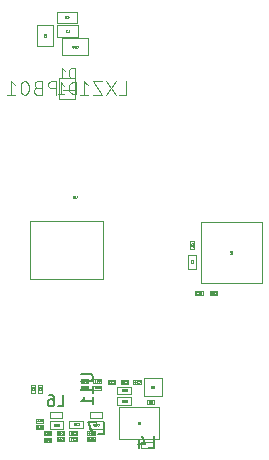
<source format=gbr>
G04 #@! TF.GenerationSoftware,KiCad,Pcbnew,(5.1.6)-1*
G04 #@! TF.CreationDate,2020-11-17T19:43:21-08:00*
G04 #@! TF.ProjectId,Miniscope-v4-Rigid-Flex,4d696e69-7363-46f7-9065-2d76342d5269,rev?*
G04 #@! TF.SameCoordinates,Original*
G04 #@! TF.FileFunction,Other,Fab,Bot*
%FSLAX46Y46*%
G04 Gerber Fmt 4.6, Leading zero omitted, Abs format (unit mm)*
G04 Created by KiCad (PCBNEW (5.1.6)-1) date 2020-11-17 19:43:21*
%MOMM*%
%LPD*%
G01*
G04 APERTURE LIST*
%ADD10C,0.120000*%
%ADD11C,0.100000*%
%ADD12C,0.090000*%
%ADD13C,0.025400*%
%ADD14C,0.150000*%
G04 APERTURE END LIST*
D10*
X104440000Y-100640000D02*
X104440000Y-98860000D01*
X104440000Y-98860000D02*
X103060000Y-98860000D01*
X103060000Y-98860000D02*
X103060000Y-100640000D01*
X103060000Y-100640000D02*
X104440000Y-100640000D01*
X115251200Y-117208000D02*
X115251200Y-116868000D01*
X115251200Y-116868000D02*
X114611200Y-116868000D01*
X114611200Y-116868000D02*
X114611200Y-117208000D01*
X114611200Y-117208000D02*
X115251200Y-117208000D01*
X115855800Y-116868000D02*
X115855800Y-117208000D01*
X115855800Y-117208000D02*
X116495800Y-117208000D01*
X116495800Y-117208000D02*
X116495800Y-116868000D01*
X116495800Y-116868000D02*
X115855800Y-116868000D01*
X101127800Y-128239200D02*
X101127800Y-128579200D01*
X101127800Y-128579200D02*
X101767800Y-128579200D01*
X101767800Y-128579200D02*
X101767800Y-128239200D01*
X101767800Y-128239200D02*
X101127800Y-128239200D01*
X101788200Y-128747200D02*
X101788200Y-129087200D01*
X101788200Y-129087200D02*
X102428200Y-129087200D01*
X102428200Y-129087200D02*
X102428200Y-128747200D01*
X102428200Y-128747200D02*
X101788200Y-128747200D01*
X101767800Y-128020400D02*
X101767800Y-127680400D01*
X101767800Y-127680400D02*
X101127800Y-127680400D01*
X101127800Y-127680400D02*
X101127800Y-128020400D01*
X101127800Y-128020400D02*
X101767800Y-128020400D01*
X110521800Y-126139000D02*
X110521800Y-126479000D01*
X110521800Y-126479000D02*
X111161800Y-126479000D01*
X111161800Y-126479000D02*
X111161800Y-126139000D01*
X111161800Y-126139000D02*
X110521800Y-126139000D01*
X107863800Y-124743800D02*
X107863800Y-124403800D01*
X107863800Y-124403800D02*
X107223800Y-124403800D01*
X107223800Y-124403800D02*
X107223800Y-124743800D01*
X107223800Y-124743800D02*
X107863800Y-124743800D01*
X111555200Y-129411600D02*
X111555200Y-126711600D01*
X111555200Y-126711600D02*
X108155200Y-126711600D01*
X108155200Y-126711600D02*
X108155200Y-129411600D01*
X108155200Y-129411600D02*
X111555200Y-129411600D01*
D11*
X105748400Y-127117800D02*
X105748400Y-127617800D01*
X105748400Y-127617800D02*
X106748400Y-127617800D01*
X106748400Y-127617800D02*
X106748400Y-127117800D01*
X106748400Y-127117800D02*
X105748400Y-127117800D01*
X103319400Y-127617800D02*
X103319400Y-127117800D01*
X103319400Y-127117800D02*
X102319400Y-127117800D01*
X102319400Y-127117800D02*
X102319400Y-127617800D01*
X102319400Y-127617800D02*
X103319400Y-127617800D01*
D10*
X111803600Y-125785600D02*
X111803600Y-124225600D01*
X111803600Y-124225600D02*
X110243600Y-124225600D01*
X110243600Y-124225600D02*
X110243600Y-125785600D01*
X110243600Y-125785600D02*
X111803600Y-125785600D01*
X106644600Y-125226400D02*
X106644600Y-124886400D01*
X106644600Y-124886400D02*
X106004600Y-124886400D01*
X106004600Y-124886400D02*
X106004600Y-125226400D01*
X106004600Y-125226400D02*
X106644600Y-125226400D01*
X105471200Y-129280600D02*
X105471200Y-129620600D01*
X105471200Y-129620600D02*
X106111200Y-129620600D01*
X106111200Y-129620600D02*
X106111200Y-129280600D01*
X106111200Y-129280600D02*
X105471200Y-129280600D01*
X104937800Y-124302200D02*
X104937800Y-124642200D01*
X104937800Y-124642200D02*
X105577800Y-124642200D01*
X105577800Y-124642200D02*
X105577800Y-124302200D01*
X105577800Y-124302200D02*
X104937800Y-124302200D01*
D11*
X110015600Y-129640400D02*
X110015600Y-130140400D01*
X110015600Y-130140400D02*
X111015600Y-130140400D01*
X111015600Y-130140400D02*
X111015600Y-129640400D01*
X111015600Y-129640400D02*
X110015600Y-129640400D01*
D10*
X104937800Y-124886400D02*
X104937800Y-125226400D01*
X104937800Y-125226400D02*
X105577800Y-125226400D01*
X105577800Y-125226400D02*
X105577800Y-124886400D01*
X105577800Y-124886400D02*
X104937800Y-124886400D01*
X106644600Y-124642200D02*
X106644600Y-124302200D01*
X106644600Y-124302200D02*
X106004600Y-124302200D01*
X106004600Y-124302200D02*
X106004600Y-124642200D01*
X106004600Y-124642200D02*
X106644600Y-124642200D01*
X101664600Y-125486000D02*
X101664600Y-124846000D01*
X101324600Y-125486000D02*
X101664600Y-125486000D01*
X101324600Y-124846000D02*
X101324600Y-125486000D01*
X101664600Y-124846000D02*
X101324600Y-124846000D01*
X101080400Y-125486000D02*
X101080400Y-124846000D01*
X100740400Y-125486000D02*
X101080400Y-125486000D01*
X100740400Y-124846000D02*
X100740400Y-125486000D01*
X101080400Y-124846000D02*
X100740400Y-124846000D01*
X114542400Y-112670000D02*
X114202400Y-112670000D01*
X114202400Y-112670000D02*
X114202400Y-113310000D01*
X114202400Y-113310000D02*
X114542400Y-113310000D01*
X114542400Y-113310000D02*
X114542400Y-112670000D01*
X114687400Y-113835200D02*
X114027400Y-113835200D01*
X114027400Y-113835200D02*
X114027400Y-114995200D01*
X114027400Y-114995200D02*
X114687400Y-114995200D01*
X114687400Y-114995200D02*
X114687400Y-113835200D01*
X100664400Y-110960800D02*
X100664400Y-115900800D01*
X100664400Y-115900800D02*
X106804400Y-115900800D01*
X106804400Y-115900800D02*
X106804400Y-110960800D01*
X106804400Y-110960800D02*
X100664400Y-110960800D01*
X115104800Y-116207800D02*
X120264800Y-116207800D01*
X120264800Y-116207800D02*
X120264800Y-111047800D01*
X120264800Y-111047800D02*
X115104800Y-111047800D01*
X115104800Y-111047800D02*
X115104800Y-116207800D01*
X103450200Y-128536000D02*
X103450200Y-127876000D01*
X103450200Y-127876000D02*
X102290200Y-127876000D01*
X102290200Y-127876000D02*
X102290200Y-128536000D01*
X102290200Y-128536000D02*
X103450200Y-128536000D01*
X103972600Y-128721800D02*
X103972600Y-129061800D01*
X103972600Y-129061800D02*
X104612600Y-129061800D01*
X104612600Y-129061800D02*
X104612600Y-128721800D01*
X104612600Y-128721800D02*
X103972600Y-128721800D01*
X103972600Y-129280600D02*
X103972600Y-129620600D01*
X103972600Y-129620600D02*
X104612600Y-129620600D01*
X104612600Y-129620600D02*
X104612600Y-129280600D01*
X104612600Y-129280600D02*
X103972600Y-129280600D01*
X103520400Y-129087200D02*
X103520400Y-128747200D01*
X103520400Y-128747200D02*
X102880400Y-128747200D01*
X102880400Y-128747200D02*
X102880400Y-129087200D01*
X102880400Y-129087200D02*
X103520400Y-129087200D01*
X103520400Y-129620600D02*
X103520400Y-129280600D01*
X103520400Y-129280600D02*
X102880400Y-129280600D01*
X102880400Y-129280600D02*
X102880400Y-129620600D01*
X102880400Y-129620600D02*
X103520400Y-129620600D01*
X109190600Y-126504000D02*
X109190600Y-125844000D01*
X109190600Y-125844000D02*
X108030600Y-125844000D01*
X108030600Y-125844000D02*
X108030600Y-126504000D01*
X108030600Y-126504000D02*
X109190600Y-126504000D01*
X109190600Y-125640400D02*
X109190600Y-124980400D01*
X109190600Y-124980400D02*
X108030600Y-124980400D01*
X108030600Y-124980400D02*
X108030600Y-125640400D01*
X108030600Y-125640400D02*
X109190600Y-125640400D01*
X105643000Y-127876000D02*
X105643000Y-128536000D01*
X105643000Y-128536000D02*
X106803000Y-128536000D01*
X106803000Y-128536000D02*
X106803000Y-127876000D01*
X106803000Y-127876000D02*
X105643000Y-127876000D01*
X108956000Y-124743800D02*
X108956000Y-124403800D01*
X108956000Y-124403800D02*
X108316000Y-124403800D01*
X108316000Y-124403800D02*
X108316000Y-124743800D01*
X108316000Y-124743800D02*
X108956000Y-124743800D01*
X103966600Y-127850600D02*
X103966600Y-128510600D01*
X103966600Y-128510600D02*
X105126600Y-128510600D01*
X105126600Y-128510600D02*
X105126600Y-127850600D01*
X105126600Y-127850600D02*
X103966600Y-127850600D01*
X105471200Y-128747200D02*
X105471200Y-129087200D01*
X105471200Y-129087200D02*
X106111200Y-129087200D01*
X106111200Y-129087200D02*
X106111200Y-128747200D01*
X106111200Y-128747200D02*
X105471200Y-128747200D01*
X110022800Y-124743800D02*
X110022800Y-124403800D01*
X110022800Y-124403800D02*
X109382800Y-124403800D01*
X109382800Y-124403800D02*
X109382800Y-124743800D01*
X109382800Y-124743800D02*
X110022800Y-124743800D01*
X102428200Y-129646000D02*
X102428200Y-129306000D01*
X102428200Y-129306000D02*
X101788200Y-129306000D01*
X101788200Y-129306000D02*
X101788200Y-129646000D01*
X101788200Y-129646000D02*
X102428200Y-129646000D01*
X103368200Y-95500600D02*
X103368200Y-96900600D01*
X103368200Y-96900600D02*
X105528200Y-96900600D01*
X105528200Y-96900600D02*
X105528200Y-95500600D01*
X105528200Y-95500600D02*
X103368200Y-95500600D01*
X104680600Y-95354400D02*
X104680600Y-94354400D01*
X104680600Y-94354400D02*
X102880600Y-94354400D01*
X102880600Y-94354400D02*
X102880600Y-95354400D01*
X102880600Y-95354400D02*
X104680600Y-95354400D01*
X102875200Y-93231400D02*
X102875200Y-94191400D01*
X102875200Y-94191400D02*
X104635200Y-94191400D01*
X104635200Y-94191400D02*
X104635200Y-93231400D01*
X104635200Y-93231400D02*
X102875200Y-93231400D01*
X102581000Y-94360800D02*
X101221000Y-94360800D01*
X101221000Y-94360800D02*
X101221000Y-96160800D01*
X101221000Y-96160800D02*
X102581000Y-96160800D01*
X102581000Y-96160800D02*
X102581000Y-94360800D01*
D11*
X104488095Y-100202380D02*
X104488095Y-99202380D01*
X104250000Y-99202380D01*
X104107142Y-99250000D01*
X104011904Y-99345238D01*
X103964285Y-99440476D01*
X103916666Y-99630952D01*
X103916666Y-99773809D01*
X103964285Y-99964285D01*
X104011904Y-100059523D01*
X104107142Y-100154761D01*
X104250000Y-100202380D01*
X104488095Y-100202380D01*
X102964285Y-100202380D02*
X103535714Y-100202380D01*
X103250000Y-100202380D02*
X103250000Y-99202380D01*
X103345238Y-99345238D01*
X103440476Y-99440476D01*
X103535714Y-99488095D01*
D10*
X108178571Y-100292857D02*
X108750000Y-100292857D01*
X108750000Y-99092857D01*
X107892857Y-99092857D02*
X107092857Y-100292857D01*
X107092857Y-99092857D02*
X107892857Y-100292857D01*
X106750000Y-99092857D02*
X105950000Y-99092857D01*
X106750000Y-100292857D01*
X105950000Y-100292857D01*
X104864285Y-100292857D02*
X105550000Y-100292857D01*
X105207142Y-100292857D02*
X105207142Y-99092857D01*
X105321428Y-99264285D01*
X105435714Y-99378571D01*
X105550000Y-99435714D01*
X104350000Y-99835714D02*
X103435714Y-99835714D01*
X102864285Y-100292857D02*
X102864285Y-99092857D01*
X102407142Y-99092857D01*
X102292857Y-99150000D01*
X102235714Y-99207142D01*
X102178571Y-99321428D01*
X102178571Y-99492857D01*
X102235714Y-99607142D01*
X102292857Y-99664285D01*
X102407142Y-99721428D01*
X102864285Y-99721428D01*
X101264285Y-99664285D02*
X101092857Y-99721428D01*
X101035714Y-99778571D01*
X100978571Y-99892857D01*
X100978571Y-100064285D01*
X101035714Y-100178571D01*
X101092857Y-100235714D01*
X101207142Y-100292857D01*
X101664285Y-100292857D01*
X101664285Y-99092857D01*
X101264285Y-99092857D01*
X101150000Y-99150000D01*
X101092857Y-99207142D01*
X101035714Y-99321428D01*
X101035714Y-99435714D01*
X101092857Y-99550000D01*
X101150000Y-99607142D01*
X101264285Y-99664285D01*
X101664285Y-99664285D01*
X100235714Y-99092857D02*
X100121428Y-99092857D01*
X100007142Y-99150000D01*
X99950000Y-99207142D01*
X99892857Y-99321428D01*
X99835714Y-99550000D01*
X99835714Y-99835714D01*
X99892857Y-100064285D01*
X99950000Y-100178571D01*
X100007142Y-100235714D01*
X100121428Y-100292857D01*
X100235714Y-100292857D01*
X100350000Y-100235714D01*
X100407142Y-100178571D01*
X100464285Y-100064285D01*
X100521428Y-99835714D01*
X100521428Y-99550000D01*
X100464285Y-99321428D01*
X100407142Y-99207142D01*
X100350000Y-99150000D01*
X100235714Y-99092857D01*
X98692857Y-100292857D02*
X99378571Y-100292857D01*
X99035714Y-100292857D02*
X99035714Y-99092857D01*
X99150000Y-99264285D01*
X99264285Y-99378571D01*
X99378571Y-99435714D01*
D12*
X104406904Y-98882619D02*
X104406904Y-97992619D01*
X104195000Y-97992619D01*
X104067857Y-98035000D01*
X103983095Y-98119761D01*
X103940714Y-98204523D01*
X103898333Y-98374047D01*
X103898333Y-98501190D01*
X103940714Y-98670714D01*
X103983095Y-98755476D01*
X104067857Y-98840238D01*
X104195000Y-98882619D01*
X104406904Y-98882619D01*
X103050714Y-98882619D02*
X103559285Y-98882619D01*
X103305000Y-98882619D02*
X103305000Y-97992619D01*
X103389761Y-98119761D01*
X103474523Y-98204523D01*
X103559285Y-98246904D01*
D13*
X115045500Y-117118433D02*
X115104766Y-117033766D01*
X115147100Y-117118433D02*
X115147100Y-116940633D01*
X115079366Y-116940633D01*
X115062433Y-116949100D01*
X115053966Y-116957566D01*
X115045500Y-116974500D01*
X115045500Y-116999900D01*
X115053966Y-117016833D01*
X115062433Y-117025300D01*
X115079366Y-117033766D01*
X115147100Y-117033766D01*
X114876166Y-117118433D02*
X114977766Y-117118433D01*
X114926966Y-117118433D02*
X114926966Y-116940633D01*
X114943900Y-116966033D01*
X114960833Y-116982966D01*
X114977766Y-116991433D01*
X114816900Y-116940633D02*
X114706833Y-116940633D01*
X114766100Y-117008366D01*
X114740700Y-117008366D01*
X114723766Y-117016833D01*
X114715300Y-117025300D01*
X114706833Y-117042233D01*
X114706833Y-117084566D01*
X114715300Y-117101500D01*
X114723766Y-117109966D01*
X114740700Y-117118433D01*
X114791500Y-117118433D01*
X114808433Y-117109966D01*
X114816900Y-117101500D01*
X116290100Y-117101500D02*
X116298566Y-117109966D01*
X116323966Y-117118433D01*
X116340900Y-117118433D01*
X116366300Y-117109966D01*
X116383233Y-117093033D01*
X116391700Y-117076100D01*
X116400166Y-117042233D01*
X116400166Y-117016833D01*
X116391700Y-116982966D01*
X116383233Y-116966033D01*
X116366300Y-116949100D01*
X116340900Y-116940633D01*
X116323966Y-116940633D01*
X116298566Y-116949100D01*
X116290100Y-116957566D01*
X116129233Y-116940633D02*
X116213900Y-116940633D01*
X116222366Y-117025300D01*
X116213900Y-117016833D01*
X116196966Y-117008366D01*
X116154633Y-117008366D01*
X116137700Y-117016833D01*
X116129233Y-117025300D01*
X116120766Y-117042233D01*
X116120766Y-117084566D01*
X116129233Y-117101500D01*
X116137700Y-117109966D01*
X116154633Y-117118433D01*
X116196966Y-117118433D01*
X116213900Y-117109966D01*
X116222366Y-117101500D01*
X115959900Y-116940633D02*
X116044566Y-116940633D01*
X116053033Y-117025300D01*
X116044566Y-117016833D01*
X116027633Y-117008366D01*
X115985300Y-117008366D01*
X115968366Y-117016833D01*
X115959900Y-117025300D01*
X115951433Y-117042233D01*
X115951433Y-117084566D01*
X115959900Y-117101500D01*
X115968366Y-117109966D01*
X115985300Y-117118433D01*
X116027633Y-117118433D01*
X116044566Y-117109966D01*
X116053033Y-117101500D01*
X101562100Y-128489633D02*
X101621366Y-128404966D01*
X101663700Y-128489633D02*
X101663700Y-128311833D01*
X101595966Y-128311833D01*
X101579033Y-128320300D01*
X101570566Y-128328766D01*
X101562100Y-128345700D01*
X101562100Y-128371100D01*
X101570566Y-128388033D01*
X101579033Y-128396500D01*
X101595966Y-128404966D01*
X101663700Y-128404966D01*
X101392766Y-128489633D02*
X101494366Y-128489633D01*
X101443566Y-128489633D02*
X101443566Y-128311833D01*
X101460500Y-128337233D01*
X101477433Y-128354166D01*
X101494366Y-128362633D01*
X101282700Y-128311833D02*
X101265766Y-128311833D01*
X101248833Y-128320300D01*
X101240366Y-128328766D01*
X101231900Y-128345700D01*
X101223433Y-128379566D01*
X101223433Y-128421900D01*
X101231900Y-128455766D01*
X101240366Y-128472700D01*
X101248833Y-128481166D01*
X101265766Y-128489633D01*
X101282700Y-128489633D01*
X101299633Y-128481166D01*
X101308100Y-128472700D01*
X101316566Y-128455766D01*
X101325033Y-128421900D01*
X101325033Y-128379566D01*
X101316566Y-128345700D01*
X101308100Y-128328766D01*
X101299633Y-128320300D01*
X101282700Y-128311833D01*
X102222500Y-128997633D02*
X102281766Y-128912966D01*
X102324100Y-128997633D02*
X102324100Y-128819833D01*
X102256366Y-128819833D01*
X102239433Y-128828300D01*
X102230966Y-128836766D01*
X102222500Y-128853700D01*
X102222500Y-128879100D01*
X102230966Y-128896033D01*
X102239433Y-128904500D01*
X102256366Y-128912966D01*
X102324100Y-128912966D01*
X102053166Y-128997633D02*
X102154766Y-128997633D01*
X102103966Y-128997633D02*
X102103966Y-128819833D01*
X102120900Y-128845233D01*
X102137833Y-128862166D01*
X102154766Y-128870633D01*
X101985433Y-128836766D02*
X101976966Y-128828300D01*
X101960033Y-128819833D01*
X101917700Y-128819833D01*
X101900766Y-128828300D01*
X101892300Y-128836766D01*
X101883833Y-128853700D01*
X101883833Y-128870633D01*
X101892300Y-128896033D01*
X101993900Y-128997633D01*
X101883833Y-128997633D01*
X101562100Y-127930833D02*
X101621366Y-127846166D01*
X101663700Y-127930833D02*
X101663700Y-127753033D01*
X101595966Y-127753033D01*
X101579033Y-127761500D01*
X101570566Y-127769966D01*
X101562100Y-127786900D01*
X101562100Y-127812300D01*
X101570566Y-127829233D01*
X101579033Y-127837700D01*
X101595966Y-127846166D01*
X101663700Y-127846166D01*
X101392766Y-127930833D02*
X101494366Y-127930833D01*
X101443566Y-127930833D02*
X101443566Y-127753033D01*
X101460500Y-127778433D01*
X101477433Y-127795366D01*
X101494366Y-127803833D01*
X101223433Y-127930833D02*
X101325033Y-127930833D01*
X101274233Y-127930833D02*
X101274233Y-127753033D01*
X101291166Y-127778433D01*
X101308100Y-127795366D01*
X101325033Y-127803833D01*
X110871433Y-126389433D02*
X110930700Y-126304766D01*
X110973033Y-126389433D02*
X110973033Y-126211633D01*
X110905300Y-126211633D01*
X110888366Y-126220100D01*
X110879900Y-126228566D01*
X110871433Y-126245500D01*
X110871433Y-126270900D01*
X110879900Y-126287833D01*
X110888366Y-126296300D01*
X110905300Y-126304766D01*
X110973033Y-126304766D01*
X110769833Y-126287833D02*
X110786766Y-126279366D01*
X110795233Y-126270900D01*
X110803700Y-126253966D01*
X110803700Y-126245500D01*
X110795233Y-126228566D01*
X110786766Y-126220100D01*
X110769833Y-126211633D01*
X110735966Y-126211633D01*
X110719033Y-126220100D01*
X110710566Y-126228566D01*
X110702100Y-126245500D01*
X110702100Y-126253966D01*
X110710566Y-126270900D01*
X110719033Y-126279366D01*
X110735966Y-126287833D01*
X110769833Y-126287833D01*
X110786766Y-126296300D01*
X110795233Y-126304766D01*
X110803700Y-126321700D01*
X110803700Y-126355566D01*
X110795233Y-126372500D01*
X110786766Y-126380966D01*
X110769833Y-126389433D01*
X110735966Y-126389433D01*
X110719033Y-126380966D01*
X110710566Y-126372500D01*
X110702100Y-126355566D01*
X110702100Y-126321700D01*
X110710566Y-126304766D01*
X110719033Y-126296300D01*
X110735966Y-126287833D01*
X107658100Y-124637300D02*
X107666566Y-124645766D01*
X107691966Y-124654233D01*
X107708900Y-124654233D01*
X107734300Y-124645766D01*
X107751233Y-124628833D01*
X107759700Y-124611900D01*
X107768166Y-124578033D01*
X107768166Y-124552633D01*
X107759700Y-124518766D01*
X107751233Y-124501833D01*
X107734300Y-124484900D01*
X107708900Y-124476433D01*
X107691966Y-124476433D01*
X107666566Y-124484900D01*
X107658100Y-124493366D01*
X107598833Y-124476433D02*
X107488766Y-124476433D01*
X107548033Y-124544166D01*
X107522633Y-124544166D01*
X107505700Y-124552633D01*
X107497233Y-124561100D01*
X107488766Y-124578033D01*
X107488766Y-124620366D01*
X107497233Y-124637300D01*
X107505700Y-124645766D01*
X107522633Y-124654233D01*
X107573433Y-124654233D01*
X107590366Y-124645766D01*
X107598833Y-124637300D01*
X107429500Y-124476433D02*
X107319433Y-124476433D01*
X107378700Y-124544166D01*
X107353300Y-124544166D01*
X107336366Y-124552633D01*
X107327900Y-124561100D01*
X107319433Y-124578033D01*
X107319433Y-124620366D01*
X107327900Y-124637300D01*
X107336366Y-124645766D01*
X107353300Y-124654233D01*
X107404100Y-124654233D01*
X107421033Y-124645766D01*
X107429500Y-124637300D01*
X109884833Y-128142033D02*
X109969500Y-128142033D01*
X109969500Y-127964233D01*
X109740900Y-127964233D02*
X109825566Y-127964233D01*
X109834033Y-128048900D01*
X109825566Y-128040433D01*
X109808633Y-128031966D01*
X109766300Y-128031966D01*
X109749366Y-128040433D01*
X109740900Y-128048900D01*
X109732433Y-128065833D01*
X109732433Y-128108166D01*
X109740900Y-128125100D01*
X109749366Y-128133566D01*
X109766300Y-128142033D01*
X109808633Y-128142033D01*
X109825566Y-128133566D01*
X109834033Y-128125100D01*
D14*
X106415066Y-128990180D02*
X106891257Y-128990180D01*
X106891257Y-127990180D01*
X106176971Y-127990180D02*
X105510304Y-127990180D01*
X105938876Y-128990180D01*
X102986066Y-126650180D02*
X103462257Y-126650180D01*
X103462257Y-125650180D01*
X102224161Y-125650180D02*
X102414638Y-125650180D01*
X102509876Y-125697800D01*
X102557495Y-125745419D01*
X102652733Y-125888276D01*
X102700352Y-126078752D01*
X102700352Y-126459704D01*
X102652733Y-126554942D01*
X102605114Y-126602561D01*
X102509876Y-126650180D01*
X102319400Y-126650180D01*
X102224161Y-126602561D01*
X102176542Y-126554942D01*
X102128923Y-126459704D01*
X102128923Y-126221609D01*
X102176542Y-126126371D01*
X102224161Y-126078752D01*
X102319400Y-126031133D01*
X102509876Y-126031133D01*
X102605114Y-126078752D01*
X102652733Y-126126371D01*
X102700352Y-126221609D01*
D13*
X111159066Y-124908233D02*
X111159066Y-125052166D01*
X111150600Y-125069100D01*
X111142133Y-125077566D01*
X111125200Y-125086033D01*
X111091333Y-125086033D01*
X111074400Y-125077566D01*
X111065933Y-125069100D01*
X111057466Y-125052166D01*
X111057466Y-124908233D01*
X110947400Y-124984433D02*
X110964333Y-124975966D01*
X110972800Y-124967500D01*
X110981266Y-124950566D01*
X110981266Y-124942100D01*
X110972800Y-124925166D01*
X110964333Y-124916700D01*
X110947400Y-124908233D01*
X110913533Y-124908233D01*
X110896600Y-124916700D01*
X110888133Y-124925166D01*
X110879666Y-124942100D01*
X110879666Y-124950566D01*
X110888133Y-124967500D01*
X110896600Y-124975966D01*
X110913533Y-124984433D01*
X110947400Y-124984433D01*
X110964333Y-124992900D01*
X110972800Y-125001366D01*
X110981266Y-125018300D01*
X110981266Y-125052166D01*
X110972800Y-125069100D01*
X110964333Y-125077566D01*
X110947400Y-125086033D01*
X110913533Y-125086033D01*
X110896600Y-125077566D01*
X110888133Y-125069100D01*
X110879666Y-125052166D01*
X110879666Y-125018300D01*
X110888133Y-125001366D01*
X110896600Y-124992900D01*
X110913533Y-124984433D01*
X106438900Y-125119900D02*
X106447366Y-125128366D01*
X106472766Y-125136833D01*
X106489700Y-125136833D01*
X106515100Y-125128366D01*
X106532033Y-125111433D01*
X106540500Y-125094500D01*
X106548966Y-125060633D01*
X106548966Y-125035233D01*
X106540500Y-125001366D01*
X106532033Y-124984433D01*
X106515100Y-124967500D01*
X106489700Y-124959033D01*
X106472766Y-124959033D01*
X106447366Y-124967500D01*
X106438900Y-124975966D01*
X106286500Y-125018300D02*
X106286500Y-125136833D01*
X106328833Y-124950566D02*
X106371166Y-125077566D01*
X106261100Y-125077566D01*
X106117166Y-124959033D02*
X106151033Y-124959033D01*
X106167966Y-124967500D01*
X106176433Y-124975966D01*
X106193366Y-125001366D01*
X106201833Y-125035233D01*
X106201833Y-125102966D01*
X106193366Y-125119900D01*
X106184900Y-125128366D01*
X106167966Y-125136833D01*
X106134100Y-125136833D01*
X106117166Y-125128366D01*
X106108700Y-125119900D01*
X106100233Y-125102966D01*
X106100233Y-125060633D01*
X106108700Y-125043700D01*
X106117166Y-125035233D01*
X106134100Y-125026766D01*
X106167966Y-125026766D01*
X106184900Y-125035233D01*
X106193366Y-125043700D01*
X106201833Y-125060633D01*
X105905500Y-129514100D02*
X105913966Y-129522566D01*
X105939366Y-129531033D01*
X105956300Y-129531033D01*
X105981700Y-129522566D01*
X105998633Y-129505633D01*
X106007100Y-129488700D01*
X106015566Y-129454833D01*
X106015566Y-129429433D01*
X106007100Y-129395566D01*
X105998633Y-129378633D01*
X105981700Y-129361700D01*
X105956300Y-129353233D01*
X105939366Y-129353233D01*
X105913966Y-129361700D01*
X105905500Y-129370166D01*
X105753100Y-129412500D02*
X105753100Y-129531033D01*
X105795433Y-129344766D02*
X105837766Y-129471766D01*
X105727700Y-129471766D01*
X105575300Y-129353233D02*
X105659966Y-129353233D01*
X105668433Y-129437900D01*
X105659966Y-129429433D01*
X105643033Y-129420966D01*
X105600700Y-129420966D01*
X105583766Y-129429433D01*
X105575300Y-129437900D01*
X105566833Y-129454833D01*
X105566833Y-129497166D01*
X105575300Y-129514100D01*
X105583766Y-129522566D01*
X105600700Y-129531033D01*
X105643033Y-129531033D01*
X105659966Y-129522566D01*
X105668433Y-129514100D01*
X105372100Y-124535700D02*
X105380566Y-124544166D01*
X105405966Y-124552633D01*
X105422900Y-124552633D01*
X105448300Y-124544166D01*
X105465233Y-124527233D01*
X105473700Y-124510300D01*
X105482166Y-124476433D01*
X105482166Y-124451033D01*
X105473700Y-124417166D01*
X105465233Y-124400233D01*
X105448300Y-124383300D01*
X105422900Y-124374833D01*
X105405966Y-124374833D01*
X105380566Y-124383300D01*
X105372100Y-124391766D01*
X105219700Y-124434100D02*
X105219700Y-124552633D01*
X105262033Y-124366366D02*
X105304366Y-124493366D01*
X105194300Y-124493366D01*
X105101166Y-124451033D02*
X105118100Y-124442566D01*
X105126566Y-124434100D01*
X105135033Y-124417166D01*
X105135033Y-124408700D01*
X105126566Y-124391766D01*
X105118100Y-124383300D01*
X105101166Y-124374833D01*
X105067300Y-124374833D01*
X105050366Y-124383300D01*
X105041900Y-124391766D01*
X105033433Y-124408700D01*
X105033433Y-124417166D01*
X105041900Y-124434100D01*
X105050366Y-124442566D01*
X105067300Y-124451033D01*
X105101166Y-124451033D01*
X105118100Y-124459500D01*
X105126566Y-124467966D01*
X105135033Y-124484900D01*
X105135033Y-124518766D01*
X105126566Y-124535700D01*
X105118100Y-124544166D01*
X105101166Y-124552633D01*
X105067300Y-124552633D01*
X105050366Y-124544166D01*
X105041900Y-124535700D01*
X105033433Y-124518766D01*
X105033433Y-124484900D01*
X105041900Y-124467966D01*
X105050366Y-124459500D01*
X105067300Y-124451033D01*
D14*
X110652866Y-130190380D02*
X111129057Y-130190380D01*
X111129057Y-129190380D01*
X109890961Y-129523714D02*
X109890961Y-130190380D01*
X110129057Y-129142761D02*
X110367152Y-129857047D01*
X109748104Y-129857047D01*
D13*
X105372100Y-125119900D02*
X105380566Y-125128366D01*
X105405966Y-125136833D01*
X105422900Y-125136833D01*
X105448300Y-125128366D01*
X105465233Y-125111433D01*
X105473700Y-125094500D01*
X105482166Y-125060633D01*
X105482166Y-125035233D01*
X105473700Y-125001366D01*
X105465233Y-124984433D01*
X105448300Y-124967500D01*
X105422900Y-124959033D01*
X105405966Y-124959033D01*
X105380566Y-124967500D01*
X105372100Y-124975966D01*
X105219700Y-125018300D02*
X105219700Y-125136833D01*
X105262033Y-124950566D02*
X105304366Y-125077566D01*
X105194300Y-125077566D01*
X105118100Y-125136833D02*
X105084233Y-125136833D01*
X105067300Y-125128366D01*
X105058833Y-125119900D01*
X105041900Y-125094500D01*
X105033433Y-125060633D01*
X105033433Y-124992900D01*
X105041900Y-124975966D01*
X105050366Y-124967500D01*
X105067300Y-124959033D01*
X105101166Y-124959033D01*
X105118100Y-124967500D01*
X105126566Y-124975966D01*
X105135033Y-124992900D01*
X105135033Y-125035233D01*
X105126566Y-125052166D01*
X105118100Y-125060633D01*
X105101166Y-125069100D01*
X105067300Y-125069100D01*
X105050366Y-125060633D01*
X105041900Y-125052166D01*
X105033433Y-125035233D01*
X106438900Y-124535700D02*
X106447366Y-124544166D01*
X106472766Y-124552633D01*
X106489700Y-124552633D01*
X106515100Y-124544166D01*
X106532033Y-124527233D01*
X106540500Y-124510300D01*
X106548966Y-124476433D01*
X106548966Y-124451033D01*
X106540500Y-124417166D01*
X106532033Y-124400233D01*
X106515100Y-124383300D01*
X106489700Y-124374833D01*
X106472766Y-124374833D01*
X106447366Y-124383300D01*
X106438900Y-124391766D01*
X106286500Y-124434100D02*
X106286500Y-124552633D01*
X106328833Y-124366366D02*
X106371166Y-124493366D01*
X106261100Y-124493366D01*
X106210300Y-124374833D02*
X106091766Y-124374833D01*
X106167966Y-124552633D01*
X101575033Y-125136366D02*
X101490366Y-125077100D01*
X101575033Y-125034766D02*
X101397233Y-125034766D01*
X101397233Y-125102500D01*
X101405700Y-125119433D01*
X101414166Y-125127900D01*
X101431100Y-125136366D01*
X101456500Y-125136366D01*
X101473433Y-125127900D01*
X101481900Y-125119433D01*
X101490366Y-125102500D01*
X101490366Y-125034766D01*
X101397233Y-125195633D02*
X101397233Y-125305700D01*
X101464966Y-125246433D01*
X101464966Y-125271833D01*
X101473433Y-125288766D01*
X101481900Y-125297233D01*
X101498833Y-125305700D01*
X101541166Y-125305700D01*
X101558100Y-125297233D01*
X101566566Y-125288766D01*
X101575033Y-125271833D01*
X101575033Y-125221033D01*
X101566566Y-125204100D01*
X101558100Y-125195633D01*
D14*
X104953180Y-123942904D02*
X105762704Y-123942904D01*
X105857942Y-123990523D01*
X105905561Y-124038142D01*
X105953180Y-124133380D01*
X105953180Y-124323857D01*
X105905561Y-124419095D01*
X105857942Y-124466714D01*
X105762704Y-124514333D01*
X104953180Y-124514333D01*
X105953180Y-125514333D02*
X105953180Y-124942904D01*
X105953180Y-125228619D02*
X104953180Y-125228619D01*
X105096038Y-125133380D01*
X105191276Y-125038142D01*
X105238895Y-124942904D01*
X105953180Y-126466714D02*
X105953180Y-125895285D01*
X105953180Y-126181000D02*
X104953180Y-126181000D01*
X105096038Y-126085761D01*
X105191276Y-125990523D01*
X105238895Y-125895285D01*
D13*
X100990833Y-125136366D02*
X100906166Y-125077100D01*
X100990833Y-125034766D02*
X100813033Y-125034766D01*
X100813033Y-125102500D01*
X100821500Y-125119433D01*
X100829966Y-125127900D01*
X100846900Y-125136366D01*
X100872300Y-125136366D01*
X100889233Y-125127900D01*
X100897700Y-125119433D01*
X100906166Y-125102500D01*
X100906166Y-125034766D01*
X100829966Y-125204100D02*
X100821500Y-125212566D01*
X100813033Y-125229500D01*
X100813033Y-125271833D01*
X100821500Y-125288766D01*
X100829966Y-125297233D01*
X100846900Y-125305700D01*
X100863833Y-125305700D01*
X100889233Y-125297233D01*
X100990833Y-125195633D01*
X100990833Y-125305700D01*
X114435900Y-112960366D02*
X114444366Y-112951900D01*
X114452833Y-112926500D01*
X114452833Y-112909566D01*
X114444366Y-112884166D01*
X114427433Y-112867233D01*
X114410500Y-112858766D01*
X114376633Y-112850300D01*
X114351233Y-112850300D01*
X114317366Y-112858766D01*
X114300433Y-112867233D01*
X114283500Y-112884166D01*
X114275033Y-112909566D01*
X114275033Y-112926500D01*
X114283500Y-112951900D01*
X114291966Y-112960366D01*
X114452833Y-113129700D02*
X114452833Y-113028100D01*
X114452833Y-113078900D02*
X114275033Y-113078900D01*
X114300433Y-113061966D01*
X114317366Y-113045033D01*
X114325833Y-113028100D01*
X114420900Y-114385566D02*
X114429366Y-114377100D01*
X114437833Y-114351700D01*
X114437833Y-114334766D01*
X114429366Y-114309366D01*
X114412433Y-114292433D01*
X114395500Y-114283966D01*
X114361633Y-114275500D01*
X114336233Y-114275500D01*
X114302366Y-114283966D01*
X114285433Y-114292433D01*
X114268500Y-114309366D01*
X114260033Y-114334766D01*
X114260033Y-114351700D01*
X114268500Y-114377100D01*
X114276966Y-114385566D01*
X114276966Y-114453300D02*
X114268500Y-114461766D01*
X114260033Y-114478700D01*
X114260033Y-114521033D01*
X114268500Y-114537966D01*
X114276966Y-114546433D01*
X114293900Y-114554900D01*
X114310833Y-114554900D01*
X114336233Y-114546433D01*
X114437833Y-114444833D01*
X114437833Y-114554900D01*
X104569866Y-108808433D02*
X104569866Y-108952366D01*
X104561400Y-108969300D01*
X104552933Y-108977766D01*
X104536000Y-108986233D01*
X104502133Y-108986233D01*
X104485200Y-108977766D01*
X104476733Y-108969300D01*
X104468266Y-108952366D01*
X104468266Y-108808433D01*
X104307400Y-108808433D02*
X104341266Y-108808433D01*
X104358200Y-108816900D01*
X104366666Y-108825366D01*
X104383600Y-108850766D01*
X104392066Y-108884633D01*
X104392066Y-108952366D01*
X104383600Y-108969300D01*
X104375133Y-108977766D01*
X104358200Y-108986233D01*
X104324333Y-108986233D01*
X104307400Y-108977766D01*
X104298933Y-108969300D01*
X104290466Y-108952366D01*
X104290466Y-108910033D01*
X104298933Y-108893100D01*
X104307400Y-108884633D01*
X104324333Y-108876166D01*
X104358200Y-108876166D01*
X104375133Y-108884633D01*
X104383600Y-108893100D01*
X104392066Y-108910033D01*
X117587433Y-113492333D02*
X117731366Y-113492333D01*
X117748300Y-113500800D01*
X117756766Y-113509266D01*
X117765233Y-113526200D01*
X117765233Y-113560066D01*
X117756766Y-113577000D01*
X117748300Y-113585466D01*
X117731366Y-113593933D01*
X117587433Y-113593933D01*
X117765233Y-113771733D02*
X117765233Y-113670133D01*
X117765233Y-113720933D02*
X117587433Y-113720933D01*
X117612833Y-113704000D01*
X117629766Y-113687066D01*
X117638233Y-113670133D01*
X102984500Y-128269500D02*
X102992966Y-128277966D01*
X103018366Y-128286433D01*
X103035300Y-128286433D01*
X103060700Y-128277966D01*
X103077633Y-128261033D01*
X103086100Y-128244100D01*
X103094566Y-128210233D01*
X103094566Y-128184833D01*
X103086100Y-128150966D01*
X103077633Y-128134033D01*
X103060700Y-128117100D01*
X103035300Y-128108633D01*
X103018366Y-128108633D01*
X102992966Y-128117100D01*
X102984500Y-128125566D01*
X102925233Y-128108633D02*
X102815166Y-128108633D01*
X102874433Y-128176366D01*
X102849033Y-128176366D01*
X102832100Y-128184833D01*
X102823633Y-128193300D01*
X102815166Y-128210233D01*
X102815166Y-128252566D01*
X102823633Y-128269500D01*
X102832100Y-128277966D01*
X102849033Y-128286433D01*
X102899833Y-128286433D01*
X102916766Y-128277966D01*
X102925233Y-128269500D01*
X102730500Y-128286433D02*
X102696633Y-128286433D01*
X102679700Y-128277966D01*
X102671233Y-128269500D01*
X102654300Y-128244100D01*
X102645833Y-128210233D01*
X102645833Y-128142500D01*
X102654300Y-128125566D01*
X102662766Y-128117100D01*
X102679700Y-128108633D01*
X102713566Y-128108633D01*
X102730500Y-128117100D01*
X102738966Y-128125566D01*
X102747433Y-128142500D01*
X102747433Y-128184833D01*
X102738966Y-128201766D01*
X102730500Y-128210233D01*
X102713566Y-128218700D01*
X102679700Y-128218700D01*
X102662766Y-128210233D01*
X102654300Y-128201766D01*
X102645833Y-128184833D01*
X104406900Y-128955300D02*
X104415366Y-128963766D01*
X104440766Y-128972233D01*
X104457700Y-128972233D01*
X104483100Y-128963766D01*
X104500033Y-128946833D01*
X104508500Y-128929900D01*
X104516966Y-128896033D01*
X104516966Y-128870633D01*
X104508500Y-128836766D01*
X104500033Y-128819833D01*
X104483100Y-128802900D01*
X104457700Y-128794433D01*
X104440766Y-128794433D01*
X104415366Y-128802900D01*
X104406900Y-128811366D01*
X104347633Y-128794433D02*
X104237566Y-128794433D01*
X104296833Y-128862166D01*
X104271433Y-128862166D01*
X104254500Y-128870633D01*
X104246033Y-128879100D01*
X104237566Y-128896033D01*
X104237566Y-128938366D01*
X104246033Y-128955300D01*
X104254500Y-128963766D01*
X104271433Y-128972233D01*
X104322233Y-128972233D01*
X104339166Y-128963766D01*
X104347633Y-128955300D01*
X104135966Y-128870633D02*
X104152900Y-128862166D01*
X104161366Y-128853700D01*
X104169833Y-128836766D01*
X104169833Y-128828300D01*
X104161366Y-128811366D01*
X104152900Y-128802900D01*
X104135966Y-128794433D01*
X104102100Y-128794433D01*
X104085166Y-128802900D01*
X104076700Y-128811366D01*
X104068233Y-128828300D01*
X104068233Y-128836766D01*
X104076700Y-128853700D01*
X104085166Y-128862166D01*
X104102100Y-128870633D01*
X104135966Y-128870633D01*
X104152900Y-128879100D01*
X104161366Y-128887566D01*
X104169833Y-128904500D01*
X104169833Y-128938366D01*
X104161366Y-128955300D01*
X104152900Y-128963766D01*
X104135966Y-128972233D01*
X104102100Y-128972233D01*
X104085166Y-128963766D01*
X104076700Y-128955300D01*
X104068233Y-128938366D01*
X104068233Y-128904500D01*
X104076700Y-128887566D01*
X104085166Y-128879100D01*
X104102100Y-128870633D01*
X104406900Y-129514100D02*
X104415366Y-129522566D01*
X104440766Y-129531033D01*
X104457700Y-129531033D01*
X104483100Y-129522566D01*
X104500033Y-129505633D01*
X104508500Y-129488700D01*
X104516966Y-129454833D01*
X104516966Y-129429433D01*
X104508500Y-129395566D01*
X104500033Y-129378633D01*
X104483100Y-129361700D01*
X104457700Y-129353233D01*
X104440766Y-129353233D01*
X104415366Y-129361700D01*
X104406900Y-129370166D01*
X104347633Y-129353233D02*
X104237566Y-129353233D01*
X104296833Y-129420966D01*
X104271433Y-129420966D01*
X104254500Y-129429433D01*
X104246033Y-129437900D01*
X104237566Y-129454833D01*
X104237566Y-129497166D01*
X104246033Y-129514100D01*
X104254500Y-129522566D01*
X104271433Y-129531033D01*
X104322233Y-129531033D01*
X104339166Y-129522566D01*
X104347633Y-129514100D01*
X104178300Y-129353233D02*
X104059766Y-129353233D01*
X104135966Y-129531033D01*
X103314700Y-128980700D02*
X103323166Y-128989166D01*
X103348566Y-128997633D01*
X103365500Y-128997633D01*
X103390900Y-128989166D01*
X103407833Y-128972233D01*
X103416300Y-128955300D01*
X103424766Y-128921433D01*
X103424766Y-128896033D01*
X103416300Y-128862166D01*
X103407833Y-128845233D01*
X103390900Y-128828300D01*
X103365500Y-128819833D01*
X103348566Y-128819833D01*
X103323166Y-128828300D01*
X103314700Y-128836766D01*
X103162300Y-128879100D02*
X103162300Y-128997633D01*
X103204633Y-128811366D02*
X103246966Y-128938366D01*
X103136900Y-128938366D01*
X103035300Y-128819833D02*
X103018366Y-128819833D01*
X103001433Y-128828300D01*
X102992966Y-128836766D01*
X102984500Y-128853700D01*
X102976033Y-128887566D01*
X102976033Y-128929900D01*
X102984500Y-128963766D01*
X102992966Y-128980700D01*
X103001433Y-128989166D01*
X103018366Y-128997633D01*
X103035300Y-128997633D01*
X103052233Y-128989166D01*
X103060700Y-128980700D01*
X103069166Y-128963766D01*
X103077633Y-128929900D01*
X103077633Y-128887566D01*
X103069166Y-128853700D01*
X103060700Y-128836766D01*
X103052233Y-128828300D01*
X103035300Y-128819833D01*
X103314700Y-129514100D02*
X103323166Y-129522566D01*
X103348566Y-129531033D01*
X103365500Y-129531033D01*
X103390900Y-129522566D01*
X103407833Y-129505633D01*
X103416300Y-129488700D01*
X103424766Y-129454833D01*
X103424766Y-129429433D01*
X103416300Y-129395566D01*
X103407833Y-129378633D01*
X103390900Y-129361700D01*
X103365500Y-129353233D01*
X103348566Y-129353233D01*
X103323166Y-129361700D01*
X103314700Y-129370166D01*
X103162300Y-129412500D02*
X103162300Y-129531033D01*
X103204633Y-129344766D02*
X103246966Y-129471766D01*
X103136900Y-129471766D01*
X102976033Y-129531033D02*
X103077633Y-129531033D01*
X103026833Y-129531033D02*
X103026833Y-129353233D01*
X103043766Y-129378633D01*
X103060700Y-129395566D01*
X103077633Y-129404033D01*
X108724900Y-126237500D02*
X108733366Y-126245966D01*
X108758766Y-126254433D01*
X108775700Y-126254433D01*
X108801100Y-126245966D01*
X108818033Y-126229033D01*
X108826500Y-126212100D01*
X108834966Y-126178233D01*
X108834966Y-126152833D01*
X108826500Y-126118966D01*
X108818033Y-126102033D01*
X108801100Y-126085100D01*
X108775700Y-126076633D01*
X108758766Y-126076633D01*
X108733366Y-126085100D01*
X108724900Y-126093566D01*
X108665633Y-126076633D02*
X108555566Y-126076633D01*
X108614833Y-126144366D01*
X108589433Y-126144366D01*
X108572500Y-126152833D01*
X108564033Y-126161300D01*
X108555566Y-126178233D01*
X108555566Y-126220566D01*
X108564033Y-126237500D01*
X108572500Y-126245966D01*
X108589433Y-126254433D01*
X108640233Y-126254433D01*
X108657166Y-126245966D01*
X108665633Y-126237500D01*
X108445500Y-126076633D02*
X108428566Y-126076633D01*
X108411633Y-126085100D01*
X108403166Y-126093566D01*
X108394700Y-126110500D01*
X108386233Y-126144366D01*
X108386233Y-126186700D01*
X108394700Y-126220566D01*
X108403166Y-126237500D01*
X108411633Y-126245966D01*
X108428566Y-126254433D01*
X108445500Y-126254433D01*
X108462433Y-126245966D01*
X108470900Y-126237500D01*
X108479366Y-126220566D01*
X108487833Y-126186700D01*
X108487833Y-126144366D01*
X108479366Y-126110500D01*
X108470900Y-126093566D01*
X108462433Y-126085100D01*
X108445500Y-126076633D01*
X108724900Y-125373900D02*
X108733366Y-125382366D01*
X108758766Y-125390833D01*
X108775700Y-125390833D01*
X108801100Y-125382366D01*
X108818033Y-125365433D01*
X108826500Y-125348500D01*
X108834966Y-125314633D01*
X108834966Y-125289233D01*
X108826500Y-125255366D01*
X108818033Y-125238433D01*
X108801100Y-125221500D01*
X108775700Y-125213033D01*
X108758766Y-125213033D01*
X108733366Y-125221500D01*
X108724900Y-125229966D01*
X108657166Y-125229966D02*
X108648700Y-125221500D01*
X108631766Y-125213033D01*
X108589433Y-125213033D01*
X108572500Y-125221500D01*
X108564033Y-125229966D01*
X108555566Y-125246900D01*
X108555566Y-125263833D01*
X108564033Y-125289233D01*
X108665633Y-125390833D01*
X108555566Y-125390833D01*
X108470900Y-125390833D02*
X108437033Y-125390833D01*
X108420100Y-125382366D01*
X108411633Y-125373900D01*
X108394700Y-125348500D01*
X108386233Y-125314633D01*
X108386233Y-125246900D01*
X108394700Y-125229966D01*
X108403166Y-125221500D01*
X108420100Y-125213033D01*
X108453966Y-125213033D01*
X108470900Y-125221500D01*
X108479366Y-125229966D01*
X108487833Y-125246900D01*
X108487833Y-125289233D01*
X108479366Y-125306166D01*
X108470900Y-125314633D01*
X108453966Y-125323100D01*
X108420100Y-125323100D01*
X108403166Y-125314633D01*
X108394700Y-125306166D01*
X108386233Y-125289233D01*
X106337300Y-128269500D02*
X106345766Y-128277966D01*
X106371166Y-128286433D01*
X106388100Y-128286433D01*
X106413500Y-128277966D01*
X106430433Y-128261033D01*
X106438900Y-128244100D01*
X106447366Y-128210233D01*
X106447366Y-128184833D01*
X106438900Y-128150966D01*
X106430433Y-128134033D01*
X106413500Y-128117100D01*
X106388100Y-128108633D01*
X106371166Y-128108633D01*
X106345766Y-128117100D01*
X106337300Y-128125566D01*
X106184900Y-128167900D02*
X106184900Y-128286433D01*
X106227233Y-128100166D02*
X106269566Y-128227166D01*
X106159500Y-128227166D01*
X106108700Y-128108633D02*
X105998633Y-128108633D01*
X106057900Y-128176366D01*
X106032500Y-128176366D01*
X106015566Y-128184833D01*
X106007100Y-128193300D01*
X105998633Y-128210233D01*
X105998633Y-128252566D01*
X106007100Y-128269500D01*
X106015566Y-128277966D01*
X106032500Y-128286433D01*
X106083300Y-128286433D01*
X106100233Y-128277966D01*
X106108700Y-128269500D01*
X108750300Y-124637300D02*
X108758766Y-124645766D01*
X108784166Y-124654233D01*
X108801100Y-124654233D01*
X108826500Y-124645766D01*
X108843433Y-124628833D01*
X108851900Y-124611900D01*
X108860366Y-124578033D01*
X108860366Y-124552633D01*
X108851900Y-124518766D01*
X108843433Y-124501833D01*
X108826500Y-124484900D01*
X108801100Y-124476433D01*
X108784166Y-124476433D01*
X108758766Y-124484900D01*
X108750300Y-124493366D01*
X108691033Y-124476433D02*
X108580966Y-124476433D01*
X108640233Y-124544166D01*
X108614833Y-124544166D01*
X108597900Y-124552633D01*
X108589433Y-124561100D01*
X108580966Y-124578033D01*
X108580966Y-124620366D01*
X108589433Y-124637300D01*
X108597900Y-124645766D01*
X108614833Y-124654233D01*
X108665633Y-124654233D01*
X108682566Y-124645766D01*
X108691033Y-124637300D01*
X108420100Y-124476433D02*
X108504766Y-124476433D01*
X108513233Y-124561100D01*
X108504766Y-124552633D01*
X108487833Y-124544166D01*
X108445500Y-124544166D01*
X108428566Y-124552633D01*
X108420100Y-124561100D01*
X108411633Y-124578033D01*
X108411633Y-124620366D01*
X108420100Y-124637300D01*
X108428566Y-124645766D01*
X108445500Y-124654233D01*
X108487833Y-124654233D01*
X108504766Y-124645766D01*
X108513233Y-124637300D01*
X104660900Y-128244100D02*
X104669366Y-128252566D01*
X104694766Y-128261033D01*
X104711700Y-128261033D01*
X104737100Y-128252566D01*
X104754033Y-128235633D01*
X104762500Y-128218700D01*
X104770966Y-128184833D01*
X104770966Y-128159433D01*
X104762500Y-128125566D01*
X104754033Y-128108633D01*
X104737100Y-128091700D01*
X104711700Y-128083233D01*
X104694766Y-128083233D01*
X104669366Y-128091700D01*
X104660900Y-128100166D01*
X104601633Y-128083233D02*
X104491566Y-128083233D01*
X104550833Y-128150966D01*
X104525433Y-128150966D01*
X104508500Y-128159433D01*
X104500033Y-128167900D01*
X104491566Y-128184833D01*
X104491566Y-128227166D01*
X104500033Y-128244100D01*
X104508500Y-128252566D01*
X104525433Y-128261033D01*
X104576233Y-128261033D01*
X104593166Y-128252566D01*
X104601633Y-128244100D01*
X104339166Y-128083233D02*
X104373033Y-128083233D01*
X104389966Y-128091700D01*
X104398433Y-128100166D01*
X104415366Y-128125566D01*
X104423833Y-128159433D01*
X104423833Y-128227166D01*
X104415366Y-128244100D01*
X104406900Y-128252566D01*
X104389966Y-128261033D01*
X104356100Y-128261033D01*
X104339166Y-128252566D01*
X104330700Y-128244100D01*
X104322233Y-128227166D01*
X104322233Y-128184833D01*
X104330700Y-128167900D01*
X104339166Y-128159433D01*
X104356100Y-128150966D01*
X104389966Y-128150966D01*
X104406900Y-128159433D01*
X104415366Y-128167900D01*
X104423833Y-128184833D01*
X105905500Y-128980700D02*
X105913966Y-128989166D01*
X105939366Y-128997633D01*
X105956300Y-128997633D01*
X105981700Y-128989166D01*
X105998633Y-128972233D01*
X106007100Y-128955300D01*
X106015566Y-128921433D01*
X106015566Y-128896033D01*
X106007100Y-128862166D01*
X105998633Y-128845233D01*
X105981700Y-128828300D01*
X105956300Y-128819833D01*
X105939366Y-128819833D01*
X105913966Y-128828300D01*
X105905500Y-128836766D01*
X105753100Y-128879100D02*
X105753100Y-128997633D01*
X105795433Y-128811366D02*
X105837766Y-128938366D01*
X105727700Y-128938366D01*
X105583766Y-128879100D02*
X105583766Y-128997633D01*
X105626100Y-128811366D02*
X105668433Y-128938366D01*
X105558366Y-128938366D01*
X109817100Y-124637300D02*
X109825566Y-124645766D01*
X109850966Y-124654233D01*
X109867900Y-124654233D01*
X109893300Y-124645766D01*
X109910233Y-124628833D01*
X109918700Y-124611900D01*
X109927166Y-124578033D01*
X109927166Y-124552633D01*
X109918700Y-124518766D01*
X109910233Y-124501833D01*
X109893300Y-124484900D01*
X109867900Y-124476433D01*
X109850966Y-124476433D01*
X109825566Y-124484900D01*
X109817100Y-124493366D01*
X109757833Y-124476433D02*
X109647766Y-124476433D01*
X109707033Y-124544166D01*
X109681633Y-124544166D01*
X109664700Y-124552633D01*
X109656233Y-124561100D01*
X109647766Y-124578033D01*
X109647766Y-124620366D01*
X109656233Y-124637300D01*
X109664700Y-124645766D01*
X109681633Y-124654233D01*
X109732433Y-124654233D01*
X109749366Y-124645766D01*
X109757833Y-124637300D01*
X109495366Y-124535700D02*
X109495366Y-124654233D01*
X109537700Y-124467966D02*
X109580033Y-124594966D01*
X109469966Y-124594966D01*
X102222500Y-129539500D02*
X102230966Y-129547966D01*
X102256366Y-129556433D01*
X102273300Y-129556433D01*
X102298700Y-129547966D01*
X102315633Y-129531033D01*
X102324100Y-129514100D01*
X102332566Y-129480233D01*
X102332566Y-129454833D01*
X102324100Y-129420966D01*
X102315633Y-129404033D01*
X102298700Y-129387100D01*
X102273300Y-129378633D01*
X102256366Y-129378633D01*
X102230966Y-129387100D01*
X102222500Y-129395566D01*
X102070100Y-129437900D02*
X102070100Y-129556433D01*
X102112433Y-129370166D02*
X102154766Y-129497166D01*
X102044700Y-129497166D01*
X101985433Y-129395566D02*
X101976966Y-129387100D01*
X101960033Y-129378633D01*
X101917700Y-129378633D01*
X101900766Y-129387100D01*
X101892300Y-129395566D01*
X101883833Y-129412500D01*
X101883833Y-129429433D01*
X101892300Y-129454833D01*
X101993900Y-129556433D01*
X101883833Y-129556433D01*
X104562500Y-96264100D02*
X104570966Y-96272566D01*
X104596366Y-96281033D01*
X104613300Y-96281033D01*
X104638700Y-96272566D01*
X104655633Y-96255633D01*
X104664100Y-96238700D01*
X104672566Y-96204833D01*
X104672566Y-96179433D01*
X104664100Y-96145566D01*
X104655633Y-96128633D01*
X104638700Y-96111700D01*
X104613300Y-96103233D01*
X104596366Y-96103233D01*
X104570966Y-96111700D01*
X104562500Y-96120166D01*
X104401633Y-96103233D02*
X104486300Y-96103233D01*
X104494766Y-96187900D01*
X104486300Y-96179433D01*
X104469366Y-96170966D01*
X104427033Y-96170966D01*
X104410100Y-96179433D01*
X104401633Y-96187900D01*
X104393166Y-96204833D01*
X104393166Y-96247166D01*
X104401633Y-96264100D01*
X104410100Y-96272566D01*
X104427033Y-96281033D01*
X104469366Y-96281033D01*
X104486300Y-96272566D01*
X104494766Y-96264100D01*
X104283100Y-96103233D02*
X104266166Y-96103233D01*
X104249233Y-96111700D01*
X104240766Y-96120166D01*
X104232300Y-96137100D01*
X104223833Y-96170966D01*
X104223833Y-96213300D01*
X104232300Y-96247166D01*
X104240766Y-96264100D01*
X104249233Y-96272566D01*
X104266166Y-96281033D01*
X104283100Y-96281033D01*
X104300033Y-96272566D01*
X104308500Y-96264100D01*
X104316966Y-96247166D01*
X104325433Y-96213300D01*
X104325433Y-96170966D01*
X104316966Y-96137100D01*
X104308500Y-96120166D01*
X104300033Y-96111700D01*
X104283100Y-96103233D01*
X103810233Y-94934833D02*
X103894900Y-94934833D01*
X103894900Y-94757033D01*
X103657833Y-94934833D02*
X103759433Y-94934833D01*
X103708633Y-94934833D02*
X103708633Y-94757033D01*
X103725566Y-94782433D01*
X103742500Y-94799366D01*
X103759433Y-94807833D01*
X103784833Y-93774900D02*
X103793300Y-93783366D01*
X103818700Y-93791833D01*
X103835633Y-93791833D01*
X103861033Y-93783366D01*
X103877966Y-93766433D01*
X103886433Y-93749500D01*
X103894900Y-93715633D01*
X103894900Y-93690233D01*
X103886433Y-93656366D01*
X103877966Y-93639433D01*
X103861033Y-93622500D01*
X103835633Y-93614033D01*
X103818700Y-93614033D01*
X103793300Y-93622500D01*
X103784833Y-93630966D01*
X103700166Y-93791833D02*
X103666300Y-93791833D01*
X103649366Y-93783366D01*
X103640900Y-93774900D01*
X103623966Y-93749500D01*
X103615500Y-93715633D01*
X103615500Y-93647900D01*
X103623966Y-93630966D01*
X103632433Y-93622500D01*
X103649366Y-93614033D01*
X103683233Y-93614033D01*
X103700166Y-93622500D01*
X103708633Y-93630966D01*
X103717100Y-93647900D01*
X103717100Y-93690233D01*
X103708633Y-93707166D01*
X103700166Y-93715633D01*
X103683233Y-93724100D01*
X103649366Y-93724100D01*
X103632433Y-93715633D01*
X103623966Y-93707166D01*
X103615500Y-93690233D01*
X101981433Y-95129566D02*
X101803633Y-95129566D01*
X101803633Y-95171900D01*
X101812100Y-95197300D01*
X101829033Y-95214233D01*
X101845966Y-95222700D01*
X101879833Y-95231166D01*
X101905233Y-95231166D01*
X101939100Y-95222700D01*
X101956033Y-95214233D01*
X101972966Y-95197300D01*
X101981433Y-95171900D01*
X101981433Y-95129566D01*
X101820566Y-95298900D02*
X101812100Y-95307366D01*
X101803633Y-95324300D01*
X101803633Y-95366633D01*
X101812100Y-95383566D01*
X101820566Y-95392033D01*
X101837500Y-95400500D01*
X101854433Y-95400500D01*
X101879833Y-95392033D01*
X101981433Y-95290433D01*
X101981433Y-95400500D01*
M02*

</source>
